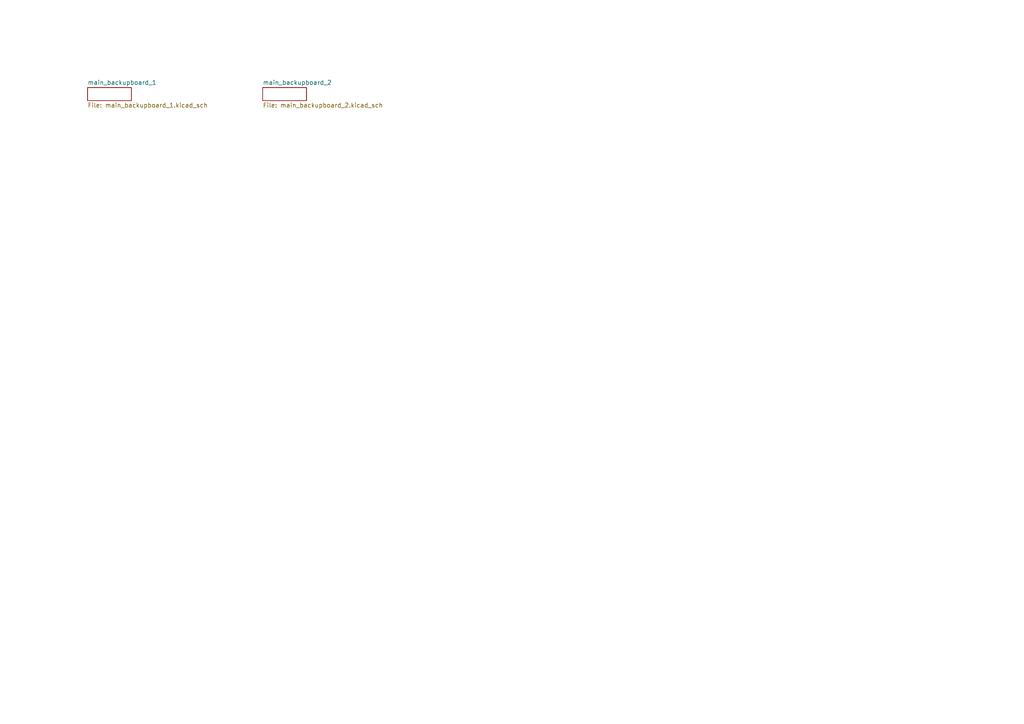
<source format=kicad_sch>
(kicad_sch (version 20230121) (generator eeschema)
  (paper "A4")
  (lib_symbols)
  (sheet (at 76.2 25.4) (size 12.7 3.81)
    (property "Sheetname" "main_backupboard_2" (at 76.2 24.6884 0) (effects (justify left bottom)))
    (property "Sheetfile" "main_backupboard_2.kicad_sch" (at 76.2 29.7946 0) (effects (justify left top)))
  )
  (sheet (at 25.4 25.4) (size 12.7 3.81)
    (property "Sheetname" "main_backupboard_1" (at 25.4 24.6884 0) (effects (justify left bottom)))
    (property "Sheetfile" "main_backupboard_1.kicad_sch" (at 25.4 29.7946 0) (effects (justify left top)))
  )
)
</source>
